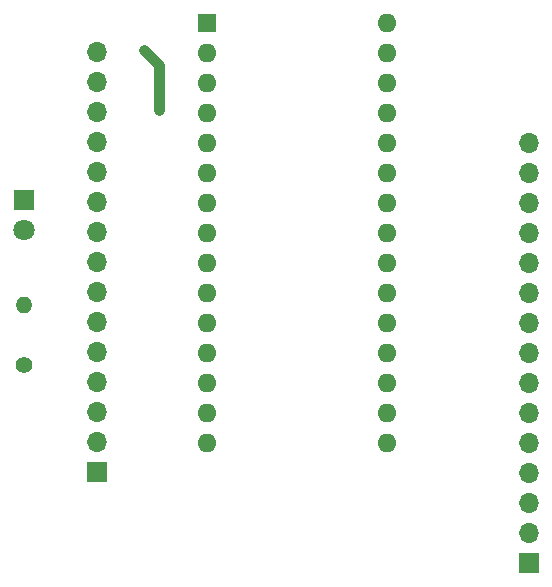
<source format=gbr>
%TF.GenerationSoftware,KiCad,Pcbnew,(5.1.6)-1*%
%TF.CreationDate,2020-08-28T22:53:53+02:00*%
%TF.ProjectId,pcbdesign,70636264-6573-4696-976e-2e6b69636164,rev?*%
%TF.SameCoordinates,Original*%
%TF.FileFunction,Copper,L2,Bot*%
%TF.FilePolarity,Positive*%
%FSLAX46Y46*%
G04 Gerber Fmt 4.6, Leading zero omitted, Abs format (unit mm)*
G04 Created by KiCad (PCBNEW (5.1.6)-1) date 2020-08-28 22:53:53*
%MOMM*%
%LPD*%
G01*
G04 APERTURE LIST*
%TA.AperFunction,ComponentPad*%
%ADD10R,1.700000X1.700000*%
%TD*%
%TA.AperFunction,ComponentPad*%
%ADD11O,1.700000X1.700000*%
%TD*%
%TA.AperFunction,ComponentPad*%
%ADD12R,1.600000X1.600000*%
%TD*%
%TA.AperFunction,ComponentPad*%
%ADD13O,1.600000X1.600000*%
%TD*%
%TA.AperFunction,ComponentPad*%
%ADD14R,1.800000X1.800000*%
%TD*%
%TA.AperFunction,ComponentPad*%
%ADD15C,1.800000*%
%TD*%
%TA.AperFunction,ComponentPad*%
%ADD16C,1.400000*%
%TD*%
%TA.AperFunction,ComponentPad*%
%ADD17O,1.400000X1.400000*%
%TD*%
%TA.AperFunction,ViaPad*%
%ADD18C,0.800000*%
%TD*%
%TA.AperFunction,Conductor*%
%ADD19C,0.900000*%
%TD*%
G04 APERTURE END LIST*
D10*
%TO.P,J1,1*%
%TO.N,Net-(A1-Pad16)*%
X97625874Y-129753609D03*
D11*
%TO.P,J1,2*%
%TO.N,Net-(A1-Pad15)*%
X97625874Y-127213609D03*
%TO.P,J1,3*%
%TO.N,Net-(A1-Pad14)*%
X97625874Y-124673609D03*
%TO.P,J1,4*%
%TO.N,Net-(A1-Pad13)*%
X97625874Y-122133609D03*
%TO.P,J1,5*%
%TO.N,Net-(A1-Pad12)*%
X97625874Y-119593609D03*
%TO.P,J1,6*%
%TO.N,Net-(A1-Pad11)*%
X97625874Y-117053609D03*
%TO.P,J1,7*%
%TO.N,Net-(A1-Pad10)*%
X97625874Y-114513609D03*
%TO.P,J1,8*%
%TO.N,Net-(A1-Pad9)*%
X97625874Y-111973609D03*
%TO.P,J1,9*%
%TO.N,Net-(A1-Pad8)*%
X97625874Y-109433609D03*
%TO.P,J1,10*%
%TO.N,Net-(A1-Pad7)*%
X97625874Y-106893609D03*
%TO.P,J1,11*%
%TO.N,Net-(A1-Pad6)*%
X97625874Y-104353609D03*
%TO.P,J1,12*%
%TO.N,Net-(A1-Pad5)*%
X97625874Y-101813609D03*
%TO.P,J1,13*%
%TO.N,Net-(A1-Pad1)*%
X97625874Y-99273609D03*
%TO.P,J1,14*%
%TO.N,Net-(A1-Pad2)*%
X97625874Y-96733609D03*
%TO.P,J1,15*%
%TO.N,GND*%
X97625874Y-94193609D03*
%TD*%
D12*
%TO.P,A1,1*%
%TO.N,Net-(A1-Pad1)*%
X106965001Y-91715001D03*
D13*
%TO.P,A1,17*%
%TO.N,Net-(A1-Pad17)*%
X122205001Y-124735001D03*
%TO.P,A1,2*%
%TO.N,Net-(A1-Pad2)*%
X106965001Y-94255001D03*
%TO.P,A1,18*%
%TO.N,Net-(A1-Pad18)*%
X122205001Y-122195001D03*
%TO.P,A1,3*%
%TO.N,Net-(A1-Pad3)*%
X106965001Y-96795001D03*
%TO.P,A1,19*%
%TO.N,Net-(A1-Pad19)*%
X122205001Y-119655001D03*
%TO.P,A1,4*%
%TO.N,GND*%
X106965001Y-99335001D03*
%TO.P,A1,20*%
%TO.N,Net-(A1-Pad20)*%
X122205001Y-117115001D03*
%TO.P,A1,5*%
%TO.N,Net-(A1-Pad5)*%
X106965001Y-101875001D03*
%TO.P,A1,21*%
%TO.N,Net-(A1-Pad21)*%
X122205001Y-114575001D03*
%TO.P,A1,6*%
%TO.N,Net-(A1-Pad6)*%
X106965001Y-104415001D03*
%TO.P,A1,22*%
%TO.N,Net-(A1-Pad22)*%
X122205001Y-112035001D03*
%TO.P,A1,7*%
%TO.N,Net-(A1-Pad7)*%
X106965001Y-106955001D03*
%TO.P,A1,23*%
%TO.N,Net-(A1-Pad23)*%
X122205001Y-109495001D03*
%TO.P,A1,8*%
%TO.N,Net-(A1-Pad8)*%
X106965001Y-109495001D03*
%TO.P,A1,24*%
%TO.N,Net-(A1-Pad24)*%
X122205001Y-106955001D03*
%TO.P,A1,9*%
%TO.N,Net-(A1-Pad9)*%
X106965001Y-112035001D03*
%TO.P,A1,25*%
%TO.N,Net-(A1-Pad25)*%
X122205001Y-104415001D03*
%TO.P,A1,10*%
%TO.N,Net-(A1-Pad10)*%
X106965001Y-114575001D03*
%TO.P,A1,26*%
%TO.N,Net-(A1-Pad26)*%
X122205001Y-101875001D03*
%TO.P,A1,11*%
%TO.N,Net-(A1-Pad11)*%
X106965001Y-117115001D03*
%TO.P,A1,27*%
%TO.N,+1V5*%
X122205001Y-99335001D03*
%TO.P,A1,12*%
%TO.N,Net-(A1-Pad12)*%
X106965001Y-119655001D03*
%TO.P,A1,28*%
%TO.N,Net-(A1-Pad28)*%
X122205001Y-96795001D03*
%TO.P,A1,13*%
%TO.N,Net-(A1-Pad13)*%
X106965001Y-122195001D03*
%TO.P,A1,29*%
%TO.N,GND*%
X122205001Y-94255001D03*
%TO.P,A1,14*%
%TO.N,Net-(A1-Pad14)*%
X106965001Y-124735001D03*
%TO.P,A1,30*%
%TO.N,Net-(A1-Pad30)*%
X122205001Y-91715001D03*
%TO.P,A1,15*%
%TO.N,Net-(A1-Pad15)*%
X106965001Y-127275001D03*
%TO.P,A1,16*%
%TO.N,Net-(A1-Pad16)*%
X122205001Y-127275001D03*
%TD*%
D14*
%TO.P,D1,1*%
%TO.N,GND*%
X91440000Y-106680000D03*
D15*
%TO.P,D1,2*%
%TO.N,Net-(D1-Pad2)*%
X91440000Y-109220000D03*
%TD*%
D11*
%TO.P,J2,15*%
%TO.N,Net-(A1-Pad26)*%
X134191782Y-101878186D03*
%TO.P,J2,14*%
%TO.N,Net-(A1-Pad25)*%
X134191782Y-104418186D03*
%TO.P,J2,13*%
%TO.N,Net-(A1-Pad24)*%
X134191782Y-106958186D03*
%TO.P,J2,12*%
%TO.N,Net-(A1-Pad23)*%
X134191782Y-109498186D03*
%TO.P,J2,11*%
%TO.N,Net-(A1-Pad22)*%
X134191782Y-112038186D03*
%TO.P,J2,10*%
%TO.N,Net-(A1-Pad21)*%
X134191782Y-114578186D03*
%TO.P,J2,9*%
%TO.N,Net-(A1-Pad20)*%
X134191782Y-117118186D03*
%TO.P,J2,8*%
%TO.N,Net-(A1-Pad19)*%
X134191782Y-119658186D03*
%TO.P,J2,7*%
%TO.N,Net-(J2-Pad7)*%
X134191782Y-122198186D03*
%TO.P,J2,6*%
%TO.N,Net-(A1-Pad18)*%
X134191782Y-124738186D03*
%TO.P,J2,5*%
%TO.N,Net-(J2-Pad5)*%
X134191782Y-127278186D03*
%TO.P,J2,4*%
%TO.N,Net-(J2-Pad4)*%
X134191782Y-129818186D03*
%TO.P,J2,3*%
%TO.N,Net-(A1-Pad3)*%
X134191782Y-132358186D03*
%TO.P,J2,2*%
%TO.N,Net-(A1-Pad28)*%
X134191782Y-134898186D03*
D10*
%TO.P,J2,1*%
%TO.N,Net-(J2-Pad1)*%
X134191782Y-137438186D03*
%TD*%
D16*
%TO.P,R1,1*%
%TO.N,Net-(A1-Pad13)*%
X91440000Y-120650000D03*
D17*
%TO.P,R1,2*%
%TO.N,Net-(D1-Pad2)*%
X91440000Y-115570000D03*
%TD*%
D18*
%TO.N,GND*%
X102870000Y-99060000D03*
X101600000Y-93980000D03*
%TD*%
D19*
%TO.N,GND*%
X102870000Y-99060000D02*
X102870000Y-95250000D01*
X102870000Y-95250000D02*
X101600000Y-93980000D01*
%TD*%
M02*

</source>
